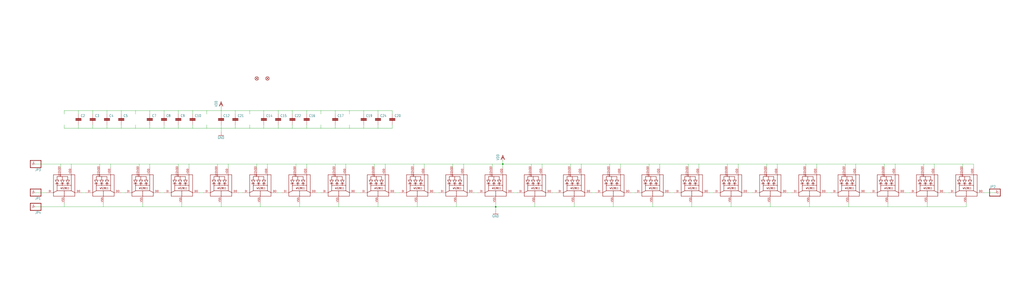
<source format=kicad_sch>
(kicad_sch (version 20231120) (generator "eeschema") (generator_version "8.0")
  (paper "User" 729.386 210.007)
  (lib_symbols
    (symbol "Adafruit NeoPixel Ring 24-eagle-import:C-EUC0603"
      (property "Reference" "C" (at 1.524 0.381 0))
      (symbol "C-EUC0603_1_0"
        (rectangle (start -2.032 -2.032) (end 2.032 -1.524) (fill (type outline)))
        (rectangle (start -2.032 -1.016) (end 2.032 -0.508) (fill (type outline)))
        (polyline (pts (xy 0 -2.54) (xy 0 -2.032)) (stroke (width 0.1524)))
        (polyline (pts (xy 0 0) (xy 0 -0.508)) (stroke (width 0.1524)))
        (pin passive line (at 0 2.54 270) (length 2.54) (name "1") (number "1"))
        (pin passive line (at 0 -5.08 90) (length 2.54) (name "2") (number "2"))
      )
    )
    (symbol "Adafruit NeoPixel Ring 24-eagle-import:FIDUCIAL{dblquote}{dblquote}"
      (symbol "FIDUCIAL{dblquote}{dblquote}_1_0"
        (polyline (pts (xy -0.762 0.762) (xy 0.762 -0.762)) (stroke (width 0.254)))
        (polyline (pts (xy 0.762 0.762) (xy -0.762 -0.762)) (stroke (width 0.254)))
        (circle (center 0 0) (radius 1.27) (stroke (width 0.254)))
      )
    )
    (symbol "Adafruit NeoPixel Ring 24-eagle-import:GND" (power)
      (symbol "GND_1_0"
        (polyline (pts (xy -1.905 0) (xy 1.905 0)) (stroke (width 0.254)))
        (pin power_in line (at 0 2.54 270) (length 2.54) (name "GND") (number "1"))
      )
    )
    (symbol "Adafruit NeoPixel Ring 24-eagle-import:PINHD-1X1CB"
      (property "Reference" "JP" (at -6.35 3.175 0))
      (symbol "PINHD-1X1CB_1_0"
        (polyline (pts (xy -6.35 -2.54) (xy 1.27 -2.54)) (stroke (width 0.4064)))
        (polyline (pts (xy -6.35 2.54) (xy -6.35 -2.54)) (stroke (width 0.4064)))
        (polyline (pts (xy 1.27 -2.54) (xy 1.27 2.54)) (stroke (width 0.4064)))
        (polyline (pts (xy 1.27 2.54) (xy -6.35 2.54)) (stroke (width 0.4064)))
        (pin passive inverted (at -2.54 0 0) (length 2.54) (name "1") (number "1"))
      )
    )
    (symbol "Adafruit NeoPixel Ring 24-eagle-import:VDD" (power)
      (symbol "VDD_1_0"
        (polyline (pts (xy 0 0) (xy -1.27 -1.905)) (stroke (width 0.254)))
        (polyline (pts (xy 0 1.27) (xy -1.27 -1.905)) (stroke (width 0.254)))
        (polyline (pts (xy 1.27 -1.905) (xy 0 0)) (stroke (width 0.254)))
        (polyline (pts (xy 1.27 -1.905) (xy 0 1.27)) (stroke (width 0.254)))
        (pin power_in line (at 0 -2.54 90) (length 2.54) (name "VDD") (number "1"))
      )
    )
    (symbol "Adafruit NeoPixel Ring 24-eagle-import:WS28115050"
      (symbol "WS28115050_1_0"
        (polyline (pts (xy -7.62 -5.08) (xy 0 -5.08)) (stroke (width 0.254)))
        (polyline (pts (xy -7.62 -2.54) (xy -7.62 -5.08)) (stroke (width 0.254)))
        (polyline (pts (xy -7.62 10.16) (xy -7.62 -2.54)) (stroke (width 0.254)))
        (polyline (pts (xy -6.35 3.81) (xy -5.08 3.81)) (stroke (width 0.254)))
        (polyline (pts (xy -6.35 6.35) (xy -5.08 6.35)) (stroke (width 0.254)))
        (polyline (pts (xy -5.08 -1.27) (xy -7.62 -2.54)) (stroke (width 0.254)))
        (polyline (pts (xy -5.08 -1.27) (xy 0 -1.27)) (stroke (width 0.254)))
        (polyline (pts (xy -5.08 2.54) (xy -5.08 -1.27)) (stroke (width 0.254)))
        (polyline (pts (xy -5.08 3.81) (xy -6.35 6.35)) (stroke (width 0.254)))
        (polyline (pts (xy -5.08 3.81) (xy -5.08 2.54)) (stroke (width 0.254)))
        (polyline (pts (xy -5.08 3.81) (xy -3.81 6.35)) (stroke (width 0.254)))
        (polyline (pts (xy -5.08 6.35) (xy -3.81 6.35)) (stroke (width 0.254)))
        (polyline (pts (xy -5.08 8.89) (xy -5.08 6.35)) (stroke (width 0.254)))
        (polyline (pts (xy -3.81 3.81) (xy -5.08 3.81)) (stroke (width 0.254)))
        (polyline (pts (xy -2.54 3.81) (xy -1.27 3.81)) (stroke (width 0.254)))
        (polyline (pts (xy -2.54 6.35) (xy 0 6.35)) (stroke (width 0.254)))
        (polyline (pts (xy -2.54 8.89) (xy -5.08 8.89)) (stroke (width 0.254)))
        (polyline (pts (xy -2.54 10.16) (xy -7.62 10.16)) (stroke (width 0.254)))
        (polyline (pts (xy -2.54 10.16) (xy -2.54 8.89)) (stroke (width 0.254)))
        (polyline (pts (xy -1.27 2.54) (xy -5.08 2.54)) (stroke (width 0.254)))
        (polyline (pts (xy -1.27 3.81) (xy -2.54 6.35)) (stroke (width 0.254)))
        (polyline (pts (xy -1.27 3.81) (xy -1.27 2.54)) (stroke (width 0.254)))
        (polyline (pts (xy -1.27 3.81) (xy 0 3.81)) (stroke (width 0.254)))
        (polyline (pts (xy -1.27 6.35) (xy -1.27 8.89)) (stroke (width 0.254)))
        (polyline (pts (xy -1.27 8.89) (xy -2.54 8.89)) (stroke (width 0.254)))
        (polyline (pts (xy 0 -5.08) (xy 7.62 -5.08)) (stroke (width 0.254)))
        (polyline (pts (xy 0 -1.27) (xy 0 -5.08)) (stroke (width 0.254)))
        (polyline (pts (xy 0 -1.27) (xy 5.08 -1.27)) (stroke (width 0.254)))
        (polyline (pts (xy 0 6.35) (xy -1.27 3.81)) (stroke (width 0.254)))
        (polyline (pts (xy 1.27 6.35) (xy 2.54 3.81)) (stroke (width 0.254)))
        (polyline (pts (xy 1.27 6.35) (xy 2.54 6.35)) (stroke (width 0.254)))
        (polyline (pts (xy 2.54 2.54) (xy -1.27 2.54)) (stroke (width 0.254)))
        (polyline (pts (xy 2.54 3.81) (xy 1.27 3.81)) (stroke (width 0.254)))
        (polyline (pts (xy 2.54 3.81) (xy 2.54 2.54)) (stroke (width 0.254)))
        (polyline (pts (xy 2.54 3.81) (xy 3.81 3.81)) (stroke (width 0.254)))
        (polyline (pts (xy 2.54 3.81) (xy 3.81 6.35)) (stroke (width 0.254)))
        (polyline (pts (xy 2.54 6.35) (xy 2.54 8.89)) (stroke (width 0.254)))
        (polyline (pts (xy 2.54 8.89) (xy -1.27 8.89)) (stroke (width 0.254)))
        (polyline (pts (xy 3.81 6.35) (xy 2.54 6.35)) (stroke (width 0.254)))
        (polyline (pts (xy 5.08 -1.27) (xy 5.08 2.54)) (stroke (width 0.254)))
        (polyline (pts (xy 5.08 -1.27) (xy 7.62 -2.54)) (stroke (width 0.254)))
        (polyline (pts (xy 5.08 2.54) (xy 2.54 2.54)) (stroke (width 0.254)))
        (polyline (pts (xy 5.08 10.16) (xy -2.54 10.16)) (stroke (width 0.254)))
        (polyline (pts (xy 5.08 10.16) (xy 5.08 2.54)) (stroke (width 0.254)))
        (polyline (pts (xy 7.62 -5.08) (xy 7.62 -2.54)) (stroke (width 0.254)))
        (polyline (pts (xy 7.62 -2.54) (xy 7.62 10.16)) (stroke (width 0.254)))
        (polyline (pts (xy 7.62 10.16) (xy 5.08 10.16)) (stroke (width 0.254)))
        (text "WS2811" (at 3.81 1.27 0) (effects (font (size 1.27 1.0795)) (justify right top)))
        (pin input line (at -12.7 -2.54 0) (length 5.08) (name "DI") (number "DI"))
        (pin output line (at 12.7 -2.54 180) (length 5.08) (name "DO") (number "DO"))
        (pin power_in line (at -2.54 15.24 270) (length 5.08) (name "LEDVDD") (number "LEDVDD"))
        (pin power_in line (at 5.08 15.24 270) (length 5.08) (name "VDD") (number "VDD"))
        (pin power_in line (at 0 -10.16 90) (length 5.08) (name "GND") (number "VSS"))
      )
    )
  )
  (junction (at 353.06 147.32))
  (junction (at 358.14 116.84))
  (wire (pts (xy 480.06 137.16) (xy 477.52 137.16)) (stroke (width 0.1524)))
  (wire (pts (xy 414.02 119.38) (xy 414.02 116.84)) (stroke (width 0.1524)))
  (wire (pts (xy 241.3 147.32) (xy 241.3 144.78)) (stroke (width 0.1524)))
  (wire (pts (xy 106.68 88.9) (xy 106.68 91.44)) (stroke (width 0.1524)))
  (wire (pts (xy 259.08 91.44) (xy 248.92 91.44)) (stroke (width 0.1524)))
  (wire (pts (xy 55.88 91.44) (xy 55.88 88.9)) (stroke (width 0.1524)))
  (wire (pts (xy 632.46 147.32) (xy 660.4 147.32)) (stroke (width 0.1524)))
  (wire (pts (xy 254 137.16) (xy 256.54 137.16)) (stroke (width 0.1524)))
  (wire (pts (xy 101.6 147.32) (xy 73.66 147.32)) (stroke (width 0.1524)))
  (wire (pts (xy 73.66 147.32) (xy 73.66 144.78)) (stroke (width 0.1524)))
  (wire (pts (xy 269.24 147.32) (xy 269.24 144.78)) (stroke (width 0.1524)))
  (wire (pts (xy 546.1 116.84) (xy 553.72 116.84)) (stroke (width 0.1524)))
  (wire (pts (xy 228.6 91.44) (xy 218.44 91.44)) (stroke (width 0.1524)))
  (wire (pts (xy 43.18 116.84) (xy 43.18 119.38)) (stroke (width 0.1524)))
  (wire (pts (xy 266.7 116.84) (xy 246.38 116.84)) (stroke (width 0.1524)))
  (wire (pts (xy 116.84 91.44) (xy 106.68 91.44)) (stroke (width 0.1524)))
  (wire (pts (xy 358.14 119.38) (xy 358.14 116.84)) (stroke (width 0.1524)))
  (wire (pts (xy 167.64 88.9) (xy 167.64 91.44)) (stroke (width 0.1524)))
  (wire (pts (xy 462.28 119.38) (xy 462.28 116.84)) (stroke (width 0.1524)))
  (wire (pts (xy 492.76 144.78) (xy 492.76 147.32)) (stroke (width 0.1524)))
  (wire (pts (xy 116.84 81.28) (xy 116.84 78.74)) (stroke (width 0.1524)))
  (wire (pts (xy 187.96 88.9) (xy 187.96 91.44)) (stroke (width 0.1524)))
  (wire (pts (xy 657.86 119.38) (xy 657.86 116.84)) (stroke (width 0.1524)))
  (wire (pts (xy 637.54 119.38) (xy 637.54 116.84)) (stroke (width 0.1524)))
  (wire (pts (xy 157.48 78.74) (xy 147.32 78.74)) (stroke (width 0.1524)))
  (wire (pts (xy 441.96 116.84) (xy 462.28 116.84)) (stroke (width 0.1524)))
  (wire (pts (xy 269.24 88.9) (xy 269.24 91.44)) (stroke (width 0.1524)))
  (wire (pts (xy 688.34 147.32) (xy 688.34 144.78)) (stroke (width 0.1524)))
  (wire (pts (xy 657.86 116.84) (xy 665.48 116.84)) (stroke (width 0.1524)))
  (wire (pts (xy 281.94 137.16) (xy 284.48 137.16)) (stroke (width 0.1524)))
  (wire (pts (xy 127 91.44) (xy 116.84 91.44)) (stroke (width 0.1524)))
  (wire (pts (xy 665.48 119.38) (xy 665.48 116.84)) (stroke (width 0.1524)))
  (wire (pts (xy 246.38 119.38) (xy 246.38 116.84)) (stroke (width 0.1524)))
  (wire (pts (xy 157.48 147.32) (xy 157.48 144.78)) (stroke (width 0.1524)))
  (wire (pts (xy 238.76 91.44) (xy 228.6 91.44)) (stroke (width 0.1524)))
  (wire (pts (xy 497.84 119.38) (xy 497.84 116.84)) (stroke (width 0.1524)))
  (wire (pts (xy 106.68 81.28) (xy 106.68 78.74)) (stroke (width 0.1524)))
  (wire (pts (xy 353.06 147.32) (xy 381 147.32)) (stroke (width 0.1524)))
  (wire (pts (xy 218.44 81.28) (xy 218.44 78.74)) (stroke (width 0.1524)))
  (wire (pts (xy 99.06 116.84) (xy 78.74 116.84)) (stroke (width 0.1524)))
  (wire (pts (xy 353.06 147.32) (xy 353.06 149.86)) (stroke (width 0.1524)))
  (wire (pts (xy 248.92 78.74) (xy 259.08 78.74)) (stroke (width 0.1524)))
  (wire (pts (xy 660.4 147.32) (xy 688.34 147.32)) (stroke (width 0.1524)))
  (wire (pts (xy 127 81.28) (xy 127 78.74)) (stroke (width 0.1524)))
  (wire (pts (xy 45.72 81.28) (xy 45.72 78.74)) (stroke (width 0.1524)))
  (wire (pts (xy 274.32 119.38) (xy 274.32 116.84)) (stroke (width 0.1524)))
  (wire (pts (xy 396.24 137.16) (xy 393.7 137.16)) (stroke (width 0.1524)))
  (wire (pts (xy 581.66 119.38) (xy 581.66 116.84)) (stroke (width 0.1524)))
  (wire (pts (xy 632.46 144.78) (xy 632.46 147.32)) (stroke (width 0.1524)))
  (wire (pts (xy 701.04 137.16) (xy 708.66 137.16)) (stroke (width 0.1524)))
  (wire (pts (xy 665.48 116.84) (xy 685.8 116.84)) (stroke (width 0.1524)))
  (wire (pts (xy 86.36 91.44) (xy 76.2 91.44)) (stroke (width 0.1524)))
  (wire (pts (xy 492.76 147.32) (xy 520.7 147.32)) (stroke (width 0.1524)))
  (wire (pts (xy 137.16 78.74) (xy 127 78.74)) (stroke (width 0.1524)))
  (wire (pts (xy 50.8 119.38) (xy 50.8 116.84)) (stroke (width 0.1524)))
  (wire (pts (xy 190.5 119.38) (xy 190.5 116.84)) (stroke (width 0.1524)))
  (wire (pts (xy 66.04 78.74) (xy 55.88 78.74)) (stroke (width 0.1524)))
  (wire (pts (xy 297.18 147.32) (xy 269.24 147.32)) (stroke (width 0.1524)))
  (wire (pts (xy 200.66 137.16) (xy 198.12 137.16)) (stroke (width 0.1524)))
  (wire (pts (xy 137.16 91.44) (xy 137.16 88.9)) (stroke (width 0.1524)))
  (wire (pts (xy 576.58 144.78) (xy 576.58 147.32)) (stroke (width 0.1524)))
  (wire (pts (xy 553.72 119.38) (xy 553.72 116.84)) (stroke (width 0.1524)))
  (wire (pts (xy 424.18 137.16) (xy 421.64 137.16)) (stroke (width 0.1524)))
  (wire (pts (xy 208.28 78.74) (xy 218.44 78.74)) (stroke (width 0.1524)))
  (wire (pts (xy 106.68 119.38) (xy 106.68 116.84)) (stroke (width 0.1524)))
  (wire (pts (xy 408.94 144.78) (xy 408.94 147.32)) (stroke (width 0.1524)))
  (wire (pts (xy 106.68 78.74) (xy 96.52 78.74)) (stroke (width 0.1524)))
  (wire (pts (xy 386.08 119.38) (xy 386.08 116.84)) (stroke (width 0.1524)))
  (wire (pts (xy 259.08 81.28) (xy 259.08 78.74)) (stroke (width 0.1524)))
  (wire (pts (xy 218.44 78.74) (xy 228.6 78.74)) (stroke (width 0.1524)))
  (wire (pts (xy 241.3 147.32) (xy 213.36 147.32)) (stroke (width 0.1524)))
  (wire (pts (xy 337.82 137.16) (xy 340.36 137.16)) (stroke (width 0.1524)))
  (wire (pts (xy 127 116.84) (xy 106.68 116.84)) (stroke (width 0.1524)))
  (wire (pts (xy 129.54 147.32) (xy 129.54 144.78)) (stroke (width 0.1524)))
  (wire (pts (xy 248.92 88.9) (xy 248.92 91.44)) (stroke (width 0.1524)))
  (wire (pts (xy 134.62 116.84) (xy 127 116.84)) (stroke (width 0.1524)))
  (wire (pts (xy 238.76 81.28) (xy 238.76 78.74)) (stroke (width 0.1524)))
  (wire (pts (xy 157.48 91.44) (xy 147.32 91.44)) (stroke (width 0.1524)))
  (wire (pts (xy 144.78 137.16) (xy 142.24 137.16)) (stroke (width 0.1524)))
  (wire (pts (xy 198.12 88.9) (xy 198.12 91.44)) (stroke (width 0.1524)))
  (wire (pts (xy 96.52 78.74) (xy 86.36 78.74)) (stroke (width 0.1524)))
  (wire (pts (xy 574.04 116.84) (xy 581.66 116.84)) (stroke (width 0.1524)))
  (wire (pts (xy 147.32 81.28) (xy 147.32 78.74)) (stroke (width 0.1524)))
  (wire (pts (xy 525.78 116.84) (xy 546.1 116.84)) (stroke (width 0.1524)))
  (wire (pts (xy 76.2 81.28) (xy 76.2 78.74)) (stroke (width 0.1524)))
  (wire (pts (xy 137.16 81.28) (xy 137.16 78.74)) (stroke (width 0.1524)))
  (wire (pts (xy 322.58 116.84) (xy 302.26 116.84)) (stroke (width 0.1524)))
  (wire (pts (xy 187.96 81.28) (xy 187.96 78.74)) (stroke (width 0.1524)))
  (wire (pts (xy 358.14 116.84) (xy 378.46 116.84)) (stroke (width 0.1524)))
  (wire (pts (xy 381 144.78) (xy 381 147.32)) (stroke (width 0.1524)))
  (wire (pts (xy 116.84 137.16) (xy 114.3 137.16)) (stroke (width 0.1524)))
  (wire (pts (xy 269.24 81.28) (xy 269.24 78.74)) (stroke (width 0.1524)))
  (wire (pts (xy 185.42 147.32) (xy 185.42 144.78)) (stroke (width 0.1524)))
  (wire (pts (xy 436.88 144.78) (xy 436.88 147.32)) (stroke (width 0.1524)))
  (wire (pts (xy 469.9 116.84) (xy 490.22 116.84)) (stroke (width 0.1524)))
  (wire (pts (xy 147.32 78.74) (xy 137.16 78.74)) (stroke (width 0.1524)))
  (wire (pts (xy 302.26 119.38) (xy 302.26 116.84)) (stroke (width 0.1524)))
  (wire (pts (xy 228.6 81.28) (xy 228.6 78.74)) (stroke (width 0.1524)))
  (wire (pts (xy 325.12 147.32) (xy 325.12 144.78)) (stroke (width 0.1524)))
  (wire (pts (xy 525.78 119.38) (xy 525.78 116.84)) (stroke (width 0.1524)))
  (wire (pts (xy 673.1 137.16) (xy 675.64 137.16)) (stroke (width 0.1524)))
  (wire (pts (xy 167.64 81.28) (xy 167.64 78.74)) (stroke (width 0.1524)))
  (wire (pts (xy 177.8 91.44) (xy 167.64 91.44)) (stroke (width 0.1524)))
  (wire (pts (xy 353.06 144.78) (xy 353.06 147.32)) (stroke (width 0.1524)))
  (wire (pts (xy 490.22 116.84) (xy 497.84 116.84)) (stroke (width 0.1524)))
  (wire (pts (xy 629.92 116.84) (xy 637.54 116.84)) (stroke (width 0.1524)))
  (wire (pts (xy 157.48 88.9) (xy 157.48 91.44)) (stroke (width 0.1524)))
  (wire (pts (xy 157.48 147.32) (xy 129.54 147.32)) (stroke (width 0.1524)))
  (wire (pts (xy 127 91.44) (xy 127 88.9)) (stroke (width 0.1524)))
  (wire (pts (xy 218.44 91.44) (xy 208.28 91.44)) (stroke (width 0.1524)))
  (wire (pts (xy 45.72 88.9) (xy 45.72 91.44)) (stroke (width 0.1524)))
  (wire (pts (xy 134.62 119.38) (xy 134.62 116.84)) (stroke (width 0.1524)))
  (wire (pts (xy 76.2 91.44) (xy 66.04 91.44)) (stroke (width 0.1524)))
  (wire (pts (xy 25.4 137.16) (xy 33.02 137.16)) (stroke (width 0.1524)))
  (wire (pts (xy 238.76 88.9) (xy 238.76 91.44)) (stroke (width 0.1524)))
  (wire (pts (xy 45.72 147.32) (xy 45.72 144.78)) (stroke (width 0.1524)))
  (wire (pts (xy 660.4 144.78) (xy 660.4 147.32)) (stroke (width 0.1524)))
  (wire (pts (xy 66.04 91.44) (xy 55.88 91.44)) (stroke (width 0.1524)))
  (wire (pts (xy 86.36 81.28) (xy 86.36 78.74)) (stroke (width 0.1524)))
  (wire (pts (xy 518.16 119.38) (xy 518.16 116.84)) (stroke (width 0.1524)))
  (wire (pts (xy 520.7 144.78) (xy 520.7 147.32)) (stroke (width 0.1524)))
  (wire (pts (xy 101.6 147.32) (xy 101.6 144.78)) (stroke (width 0.1524)))
  (wire (pts (xy 685.8 116.84) (xy 693.42 116.84)) (stroke (width 0.1524)))
  (wire (pts (xy 167.64 78.74) (xy 177.8 78.74)) (stroke (width 0.1524)))
  (wire (pts (xy 645.16 137.16) (xy 647.7 137.16)) (stroke (width 0.1524)))
  (wire (pts (xy 185.42 147.32) (xy 157.48 147.32)) (stroke (width 0.1524)))
  (wire (pts (xy 210.82 116.84) (xy 190.5 116.84)) (stroke (width 0.1524)))
  (wire (pts (xy 76.2 91.44) (xy 76.2 88.9)) (stroke (width 0.1524)))
  (wire (pts (xy 497.84 116.84) (xy 518.16 116.84)) (stroke (width 0.1524)))
  (wire (pts (xy 106.68 91.44) (xy 96.52 91.44)) (stroke (width 0.1524)))
  (wire (pts (xy 99.06 119.38) (xy 99.06 116.84)) (stroke (width 0.1524)))
  (wire (pts (xy 66.04 91.44) (xy 66.04 88.9)) (stroke (width 0.1524)))
  (wire (pts (xy 213.36 147.32) (xy 213.36 144.78)) (stroke (width 0.1524)))
  (wire (pts (xy 350.52 119.38) (xy 350.52 116.84)) (stroke (width 0.1524)))
  (wire (pts (xy 365.76 137.16) (xy 368.3 137.16)) (stroke (width 0.1524)))
  (wire (pts (xy 177.8 81.28) (xy 177.8 78.74)) (stroke (width 0.1524)))
  (wire (pts (xy 162.56 116.84) (xy 154.94 116.84)) (stroke (width 0.1524)))
  (wire (pts (xy 187.96 78.74) (xy 198.12 78.74)) (stroke (width 0.1524)))
  (wire (pts (xy 358.14 116.84) (xy 358.14 114.3)) (stroke (width 0.1524)))
  (wire (pts (xy 182.88 116.84) (xy 162.56 116.84)) (stroke (width 0.1524)))
  (wire (pts (xy 129.54 147.32) (xy 101.6 147.32)) (stroke (width 0.1524)))
  (wire (pts (xy 228.6 88.9) (xy 228.6 91.44)) (stroke (width 0.1524)))
  (wire (pts (xy 604.52 144.78) (xy 604.52 147.32)) (stroke (width 0.1524)))
  (wire (pts (xy 116.84 78.74) (xy 106.68 78.74)) (stroke (width 0.1524)))
  (wire (pts (xy 177.8 88.9) (xy 177.8 91.44)) (stroke (width 0.1524)))
  (wire (pts (xy 581.66 116.84) (xy 601.98 116.84)) (stroke (width 0.1524)))
  (wire (pts (xy 218.44 119.38) (xy 218.44 116.84)) (stroke (width 0.1524)))
  (wire (pts (xy 78.74 119.38) (xy 78.74 116.84)) (stroke (width 0.1524)))
  (wire (pts (xy 330.2 119.38) (xy 330.2 116.84)) (stroke (width 0.1524)))
  (wire (pts (xy 66.04 81.28) (xy 66.04 78.74)) (stroke (width 0.1524)))
  (wire (pts (xy 508 137.16) (xy 505.46 137.16)) (stroke (width 0.1524)))
  (wire (pts (xy 127 119.38) (xy 127 116.84)) (stroke (width 0.1524)))
  (wire (pts (xy 434.34 116.84) (xy 441.96 116.84)) (stroke (width 0.1524)))
  (wire (pts (xy 96.52 81.28) (xy 96.52 78.74)) (stroke (width 0.1524)))
  (wire (pts (xy 167.64 91.44) (xy 157.48 91.44)) (stroke (width 0.1524)))
  (wire (pts (xy 294.64 116.84) (xy 274.32 116.84)) (stroke (width 0.1524)))
  (wire (pts (xy 228.6 78.74) (xy 238.76 78.74)) (stroke (width 0.1524)))
  (wire (pts (xy 269.24 91.44) (xy 259.08 91.44)) (stroke (width 0.1524)))
  (wire (pts (xy 469.9 119.38) (xy 469.9 116.84)) (stroke (width 0.1524)))
  (wire (pts (xy 279.4 78.74) (xy 279.4 81.28)) (stroke (width 0.1524)))
  (wire (pts (xy 218.44 88.9) (xy 218.44 91.44)) (stroke (width 0.1524)))
  (wire (pts (xy 325.12 147.32) (xy 297.18 147.32)) (stroke (width 0.1524)))
  (wire (pts (xy 266.7 119.38) (xy 266.7 116.84)) (stroke (width 0.1524)))
  (wire (pts (xy 297.18 147.32) (xy 297.18 144.78)) (stroke (width 0.1524)))
  (wire (pts (xy 381 147.32) (xy 408.94 147.32)) (stroke (width 0.1524)))
  (wire (pts (xy 414.02 116.84) (xy 434.34 116.84)) (stroke (width 0.1524)))
  (wire (pts (xy 187.96 91.44) (xy 177.8 91.44)) (stroke (width 0.1524)))
  (wire (pts (xy 248.92 91.44) (xy 238.76 91.44)) (stroke (width 0.1524)))
  (wire (pts (xy 378.46 116.84) (xy 386.08 116.84)) (stroke (width 0.1524)))
  (wire (pts (xy 353.06 147.32) (xy 325.12 147.32)) (stroke (width 0.1524)))
  (wire (pts (xy 182.88 119.38) (xy 182.88 116.84)) (stroke (width 0.1524)))
  (wire (pts (xy 609.6 119.38) (xy 609.6 116.84)) (stroke (width 0.1524)))
  (wire (pts (xy 208.28 91.44) (xy 198.12 91.44)) (stroke (width 0.1524)))
  (wire (pts (xy 86.36 78.74) (xy 76.2 78.74)) (stroke (width 0.1524)))
  (wire (pts (xy 601.98 116.84) (xy 609.6 116.84)) (stroke (width 0.1524)))
  (wire (pts (xy 259.08 88.9) (xy 259.08 91.44)) (stroke (width 0.1524)))
  (wire (pts (xy 408.94 147.32) (xy 436.88 147.32)) (stroke (width 0.1524)))
  (wire (pts (xy 25.4 147.32) (xy 45.72 147.32)) (stroke (width 0.1524)))
  (wire (pts (xy 259.08 78.74) (xy 269.24 78.74)) (stroke (width 0.1524)))
  (wire (pts (xy 218.44 116.84) (xy 210.82 116.84)) (stroke (width 0.1524)))
  (wire (pts (xy 546.1 119.38) (xy 546.1 116.84)) (stroke (width 0.1524)))
  (wire (pts (xy 157.48 78.74) (xy 167.64 78.74)) (stroke (width 0.1524)))
  (wire (pts (xy 172.72 137.16) (xy 170.18 137.16)) (stroke (width 0.1524)))
  (wire (pts (xy 60.96 137.16) (xy 58.42 137.16)) (stroke (width 0.1524)))
  (wire (pts (xy 71.12 116.84) (xy 50.8 116.84)) (stroke (width 0.1524)))
  (wire (pts (xy 137.16 91.44) (xy 127 91.44)) (stroke (width 0.1524)))
  (wire (pts (xy 464.82 144.78) (xy 464.82 147.32)) (stroke (width 0.1524)))
  (wire (pts (xy 238.76 119.38) (xy 238.76 116.84)) (stroke (width 0.1524)))
  (wire (pts (xy 520.7 147.32) (xy 548.64 147.32)) (stroke (width 0.1524)))
  (wire (pts (xy 213.36 147.32) (xy 185.42 147.32)) (stroke (width 0.1524)))
  (wire (pts (xy 406.4 116.84) (xy 414.02 116.84)) (stroke (width 0.1524)))
  (wire (pts (xy 330.2 116.84) (xy 322.58 116.84)) (stroke (width 0.1524)))
  (wire (pts (xy 609.6 116.84) (xy 629.92 116.84)) (stroke (width 0.1524)))
  (wire (pts (xy 50.8 116.84) (xy 43.18 116.84)) (stroke (width 0.1524)))
  (wire (pts (xy 637.54 116.84) (xy 657.86 116.84)) (stroke (width 0.1524)))
  (wire (pts (xy 147.32 88.9) (xy 147.32 91.44)) (stroke (width 0.1524)))
  (wire (pts (xy 490.22 119.38) (xy 490.22 116.84)) (stroke (width 0.1524)))
  (wire (pts (xy 629.92 119.38) (xy 629.92 116.84)) (stroke (width 0.1524)))
  (wire (pts (xy 462.28 116.84) (xy 469.9 116.84)) (stroke (width 0.1524)))
  (wire (pts (xy 116.84 91.44) (xy 116.84 88.9)) (stroke (width 0.1524)))
  (wire (pts (xy 162.56 119.38) (xy 162.56 116.84)) (stroke (width 0.1524)))
  (wire (pts (xy 617.22 137.16) (xy 619.76 137.16)) (stroke (width 0.1524)))
  (wire (pts (xy 406.4 119.38) (xy 406.4 116.84)) (stroke (width 0.1524)))
  (wire (pts (xy 294.64 119.38) (xy 294.64 116.84)) (stroke (width 0.1524)))
  (wire (pts (xy 198.12 78.74) (xy 208.28 78.74)) (stroke (width 0.1524)))
  (wire (pts (xy 302.26 116.84) (xy 294.64 116.84)) (stroke (width 0.1524)))
  (wire (pts (xy 198.12 91.44) (xy 187.96 91.44)) (stroke (width 0.1524)))
  (wire (pts (xy 576.58 147.32) (xy 604.52 147.32)) (stroke (width 0.1524)))
  (wire (pts (xy 157.48 78.74) (xy 157.48 76.2)) (stroke (width 0.1524)))
  (wire (pts (xy 154.94 116.84) (xy 134.62 116.84)) (stroke (width 0.1524)))
  (wire (pts (xy 378.46 119.38) (xy 378.46 116.84)) (stroke (width 0.1524)))
  (wire (pts (xy 208.28 81.28) (xy 208.28 78.74)) (stroke (width 0.1524)))
  (wire (pts (xy 157.48 81.28) (xy 157.48 78.74)) (stroke (width 0.1524)))
  (wire (pts (xy 96.52 91.44) (xy 96.52 88.9)) (stroke (width 0.1524)))
  (wire (pts (xy 604.52 147.32) (xy 632.46 147.32)) (stroke (width 0.1524)))
  (wire (pts (xy 561.34 137.16) (xy 563.88 137.16)) (stroke (width 0.1524)))
  (wire (pts (xy 73.66 147.32) (xy 45.72 147.32)) (stroke (width 0.1524)))
  (wire (pts (xy 25.4 116.84) (xy 43.18 116.84)) (stroke (width 0.1524)))
  (wire (pts (xy 246.38 116.84) (xy 238.76 116.84)) (stroke (width 0.1524)))
  (wire (pts (xy 601.98 119.38) (xy 601.98 116.84)) (stroke (width 0.1524)))
  (wire (pts (xy 210.82 119.38) (xy 210.82 116.84)) (stroke (width 0.1524)))
  (wire (pts (xy 190.5 116.84) (xy 182.88 116.84)) (stroke (width 0.1524)))
  (wire (pts (xy 45.72 78.74) (xy 55.88 78.74)) (stroke (width 0.1524)))
  (wire (pts (xy 45.72 91.44) (xy 55.88 91.44)) (stroke (width 0.1524)))
  (wire (pts (xy 86.36 88.9) (xy 86.36 91.44)) (stroke (width 0.1524)))
  (wire (pts (xy 226.06 137.16) (xy 228.6 137.16)) (stroke (width 0.1524)))
  (wire (pts (xy 106.68 116.84) (xy 99.06 116.84)) (stroke (width 0.1524)))
  (wire (pts (xy 548.64 144.78) (xy 548.64 147.32)) (stroke (width 0.1524)))
  (wire (pts (xy 248.92 81.28) (xy 248.92 78.74)) (stroke (width 0.1524)))
  (wire (pts (xy 208.28 88.9) (xy 208.28 91.44)) (stroke (width 0.1524)))
  (wire (pts (xy 198.12 81.28) (xy 198.12 78.74)) (stroke (width 0.1524)))
  (wire (pts (xy 127 78.74) (xy 116.84 78.74)) (stroke (width 0.1524)))
  (wire (pts (xy 452.12 137.16) (xy 449.58 137.16)) (stroke (width 0.1524)))
  (wire (pts (xy 518.16 116.84) (xy 525.78 116.84)) (stroke (width 0.1524)))
  (wire (pts (xy 88.9 137.16) (xy 86.36 137.16)) (stroke (width 0.1524)))
  (wire (pts (xy 434.34 119.38) (xy 434.34 116.84)) (stroke (width 0.1524)))
  (wire (pts (xy 55.88 81.28) (xy 55.88 78.74)) (stroke (width 0.1524)))
  (wire (pts (xy 309.88 137.16) (xy 312.42 137.16)) (stroke (width 0.1524)))
  (wire (pts (xy 350.52 116.84) (xy 330.2 116.84)) (stroke (width 0.1524)))
  (wire (pts (xy 464.82 147.32) (xy 492.76 147.32)) (stroke (width 0.1524)))
  (wire (pts (xy 535.94 137.16) (xy 533.4 137.16)) (stroke (width 0.1524)))
  (wire (pts (xy 154.94 119.38) (xy 154.94 116.84)) (stroke (width 0.1524)))
  (wire (pts (xy 386.08 116.84) (xy 406.4 116.84)) (stroke (width 0.1524)))
  (wire (pts (xy 436.88 147.32) (xy 464.82 147.32)) (stroke (width 0.1524)))
  (wire (pts (xy 589.28 137.16) (xy 591.82 137.16)) (stroke (width 0.1524)))
  (wire (pts (xy 441.96 119.38) (xy 441.96 116.84)) (stroke (width 0.1524)))
  (wire (pts (xy 269.24 78.74) (xy 279.4 78.74)) (stroke (width 0.1524)))
  (wire (pts (xy 177.8 78.74) (xy 187.96 78.74)) (stroke (width 0.1524)))
  (wire (pts (xy 693.42 116.84) (xy 693.42 119.38)) (stroke (width 0.1524)))
  (wire (pts (xy 685.8 119.38) (xy 685.8 116.84)) (stroke (width 0.1524)))
  (wire (pts (xy 238.76 78.74) (xy 248.92 78.74)) (stroke (width 0.1524)))
  (wire (pts (xy 358.14 116.84) (xy 350.52 116.84)) (stroke (width 0.1524)))
  (wire (pts (xy 574.04 119.38) (xy 574.04 116.84)) (stroke (width 0.1524)))
  (wire (pts (xy 147.32 91.44) (xy 137.16 91.44)) (stroke (width 0.1524)))
  (wire (pts (xy 322.58 119.38) (xy 322.58 116.84)) (stroke (width 0.1524)))
  (wire (pts (xy 238.76 116.84) (xy 218.44 116.84)) (stroke (width 0.1524)))
  (wire (pts (xy 548.64 147.32) (xy 576.58 147.32)) (stroke (width 0.1524)))
  (wire (pts (xy 157.48 91.44) (xy 157.48 93.98)) (stroke (width 0.1524)))
  (wire (pts (xy 76.2 78.74) (xy 66.04 78.74)) (stroke (width 0.1524)))
  (wire (pts (xy 96.52 91.44) (xy 86.36 91.44)) (stroke (width 0.1524)))
  (wire (pts (xy 71.12 119.38) (xy 71.12 116.84)) (stroke (width 0.1524)))
  (wire (pts (xy 553.72 116.84) (xy 574.04 116.84)) (stroke (width 0.1524)))
  (wire (pts (xy 269.24 147.32) (xy 241.3 147.32)) (stroke (width 0.1524)))
  (wire (pts (xy 78.74 116.84) (xy 71.12 116.84)) (stroke (width 0.1524)))
  (wire (pts (xy 274.32 116.84) (xy 266.7 116.84)) (stroke (width 0.1524)))
  (wire (pts (xy 279.4 88.9) (xy 279.4 91.44)) (stroke (width 0.1524)))
  (wire (pts (xy 279.4 91.44) (xy 269.24 91.44)) (stroke (width 0.1524)))
  (symbol (lib_id "Adafruit NeoPixel Ring 24-eagle-import:PINHD-1X1CB") (at 22.86 116.84 180) (unit 1)
    (property "Reference" "JP3" (at 29.21 120.015 0) (effects (font (size 1.778 1.5113)) (justify left bottom)))
    (property "Value" "PINHD-1X1CB" (effects (hide yes)))
    (property "Footprint" "Adafruit NeoPixel Ring 24:1X01-CLEANBIG" (effects (hide yes)))
  )
  (symbol (lib_id "Adafruit NeoPixel Ring 24-eagle-import:WS28115050") (at 381 134.62 0) (unit 1)
    (property "Reference" "LED13" (effects (hide yes)))
    (property "Value" "WS28115050" (effects (hide yes)))
    (property "Footprint" "Adafruit NeoPixel Ring 24:WS28115050" (effects (hide yes)))
  )
  (symbol (lib_id "Adafruit NeoPixel Ring 24-eagle-import:WS28115050") (at 492.76 134.62 0) (unit 1)
    (property "Reference" "LED17" (effects (hide yes)))
    (property "Value" "WS28115050" (effects (hide yes)))
    (property "Footprint" "Adafruit NeoPixel Ring 24:WS28115050" (effects (hide yes)))
  )
  (symbol (lib_id "Adafruit NeoPixel Ring 24-eagle-import:WS28115050") (at 436.88 134.62 0) (unit 1)
    (property "Reference" "LED15" (effects (hide yes)))
    (property "Value" "WS28115050" (effects (hide yes)))
    (property "Footprint" "Adafruit NeoPixel Ring 24:WS28115050" (effects (hide yes)))
  )
  (symbol (lib_id "Adafruit NeoPixel Ring 24-eagle-import:C-EUC0603") (at 157.48 83.82 0) (unit 1)
    (property "Reference" "C12" (at 159.004 83.439 0) (effects (font (size 1.778 1.5113)) (justify left bottom)))
    (property "Value" "C-EUC0603" (effects (hide yes)))
    (property "Footprint" "Adafruit NeoPixel Ring 24:C0603" (effects (hide yes)))
  )
  (symbol (lib_id "Adafruit NeoPixel Ring 24-eagle-import:C-EUC0603") (at 66.04 83.82 0) (unit 1)
    (property "Reference" "C3" (at 67.564 83.439 0) (effects (font (size 1.778 1.5113)) (justify left bottom)))
    (property "Value" "C-EUC0603" (effects (hide yes)))
    (property "Footprint" "Adafruit NeoPixel Ring 24:C0603" (effects (hide yes)))
  )
  (symbol (lib_id "Adafruit NeoPixel Ring 24-eagle-import:C-EUC0603") (at 208.28 83.82 0) (unit 1)
    (property "Reference" "C22" (at 209.804 83.439 0) (effects (font (size 1.778 1.5113)) (justify left bottom)))
    (property "Value" "C-EUC0603" (effects (hide yes)))
    (property "Footprint" "Adafruit NeoPixel Ring 24:C0603" (effects (hide yes)))
  )
  (symbol (lib_id "Adafruit NeoPixel Ring 24-eagle-import:C-EUC0603") (at 269.24 83.82 0) (unit 1)
    (property "Reference" "C24" (at 270.764 83.439 0) (effects (font (size 1.778 1.5113)) (justify left bottom)))
    (property "Value" "C-EUC0603" (effects (hide yes)))
    (property "Footprint" "Adafruit NeoPixel Ring 24:C0603" (effects (hide yes)))
  )
  (symbol (lib_id "Adafruit NeoPixel Ring 24-eagle-import:WS28115050") (at 269.24 134.62 0) (unit 1)
    (property "Reference" "LED9" (effects (hide yes)))
    (property "Value" "WS28115050" (effects (hide yes)))
    (property "Footprint" "Adafruit NeoPixel Ring 24:WS28115050" (effects (hide yes)))
  )
  (symbol (lib_id "Adafruit NeoPixel Ring 24-eagle-import:WS28115050") (at 101.6 134.62 0) (unit 1)
    (property "Reference" "LED3" (effects (hide yes)))
    (property "Value" "WS28115050" (effects (hide yes)))
    (property "Footprint" "Adafruit NeoPixel Ring 24:WS28115050" (effects (hide yes)))
  )
  (symbol (lib_id "Adafruit NeoPixel Ring 24-eagle-import:WS28115050") (at 157.48 134.62 0) (unit 1)
    (property "Reference" "LED5" (effects (hide yes)))
    (property "Value" "WS28115050" (effects (hide yes)))
    (property "Footprint" "Adafruit NeoPixel Ring 24:WS28115050" (effects (hide yes)))
  )
  (symbol (lib_id "Adafruit NeoPixel Ring 24-eagle-import:WS28115050") (at 548.64 134.62 0) (unit 1)
    (property "Reference" "LED19" (effects (hide yes)))
    (property "Value" "WS28115050" (effects (hide yes)))
    (property "Footprint" "Adafruit NeoPixel Ring 24:WS28115050" (effects (hide yes)))
  )
  (symbol (lib_id "Adafruit NeoPixel Ring 24-eagle-import:C-EUC0603") (at 198.12 83.82 0) (unit 1)
    (property "Reference" "C15" (at 199.644 83.439 0) (effects (font (size 1.778 1.5113)) (justify left bottom)))
    (property "Value" "C-EUC0603" (effects (hide yes)))
    (property "Footprint" "Adafruit NeoPixel Ring 24:C0603" (effects (hide yes)))
  )
  (symbol (lib_id "Adafruit NeoPixel Ring 24-eagle-import:WS28115050") (at 408.94 134.62 0) (unit 1)
    (property "Reference" "LED14" (effects (hide yes)))
    (property "Value" "WS28115050" (effects (hide yes)))
    (property "Footprint" "Adafruit NeoPixel Ring 24:WS28115050" (effects (hide yes)))
  )
  (symbol (lib_id "Adafruit NeoPixel Ring 24-eagle-import:FIDUCIAL{dblquote}{dblquote}") (at 182.88 55.88 0) (unit 1)
    (property "Reference" "FID1" (effects (hide yes)))
    (property "Value" "FIDUCIAL{dblquote}{dblquote}" (effects (hide yes)))
    (property "Footprint" "Adafruit NeoPixel Ring 24:FIDUCIAL_1MM" (effects (hide yes)))
  )
  (symbol (lib_id "Adafruit NeoPixel Ring 24-eagle-import:C-EUC0603") (at 76.2 83.82 0) (unit 1)
    (property "Reference" "C4" (at 77.724 83.439 0) (effects (font (size 1.778 1.5113)) (justify left bottom)))
    (property "Value" "C-EUC0603" (effects (hide yes)))
    (property "Footprint" "Adafruit NeoPixel Ring 24:C0603" (effects (hide yes)))
  )
  (symbol (lib_id "Adafruit NeoPixel Ring 24-eagle-import:VDD") (at 358.14 111.76 0) (unit 1)
    (property "Reference" "#VDD1" (effects (hide yes)))
    (property "Value" "VDD" (at 355.6 114.3 90) (effects (font (size 1.778 1.5113)) (justify left bottom)))
  )
  (symbol (lib_id "Adafruit NeoPixel Ring 24-eagle-import:VDD") (at 157.48 73.66 0) (unit 1)
    (property "Reference" "#VDD2" (effects (hide yes)))
    (property "Value" "VDD" (at 154.94 76.2 90) (effects (font (size 1.778 1.5113)) (justify left bottom)))
  )
  (symbol (lib_id "Adafruit NeoPixel Ring 24-eagle-import:WS28115050") (at 241.3 134.62 0) (unit 1)
    (property "Reference" "LED8" (effects (hide yes)))
    (property "Value" "WS28115050" (effects (hide yes)))
    (property "Footprint" "Adafruit NeoPixel Ring 24:WS28115050" (effects (hide yes)))
  )
  (symbol (lib_id "Adafruit NeoPixel Ring 24-eagle-import:PINHD-1X1CB") (at 22.86 147.32 180) (unit 1)
    (property "Reference" "JP4" (at 29.21 150.495 0) (effects (font (size 1.778 1.5113)) (justify left bottom)))
    (property "Value" "PINHD-1X1CB" (effects (hide yes)))
    (property "Footprint" "Adafruit NeoPixel Ring 24:1X01-CLEANBIG" (effects (hide yes)))
  )
  (symbol (lib_id "Adafruit NeoPixel Ring 24-eagle-import:WS28115050") (at 353.06 134.62 0) (unit 1)
    (property "Reference" "LED12" (effects (hide yes)))
    (property "Value" "WS28115050" (effects (hide yes)))
    (property "Footprint" "Adafruit NeoPixel Ring 24:WS28115050" (effects (hide yes)))
  )
  (symbol (lib_id "Adafruit NeoPixel Ring 24-eagle-import:FIDUCIAL{dblquote}{dblquote}") (at 190.5 55.88 0) (unit 1)
    (property "Reference" "FID2" (effects (hide yes)))
    (property "Value" "FIDUCIAL{dblquote}{dblquote}" (effects (hide yes)))
    (property "Footprint" "Adafruit NeoPixel Ring 24:FIDUCIAL_1MM" (effects (hide yes)))
  )
  (symbol (lib_id "Adafruit NeoPixel Ring 24-eagle-import:WS28115050") (at 185.42 134.62 0) (unit 1)
    (property "Reference" "LED6" (effects (hide yes)))
    (property "Value" "WS28115050" (effects (hide yes)))
    (property "Footprint" "Adafruit NeoPixel Ring 24:WS28115050" (effects (hide yes)))
  )
  (symbol (lib_id "Adafruit NeoPixel Ring 24-eagle-import:WS28115050") (at 73.66 134.62 0) (unit 1)
    (property "Reference" "LED2" (effects (hide yes)))
    (property "Value" "WS28115050" (effects (hide yes)))
    (property "Footprint" "Adafruit NeoPixel Ring 24:WS28115050" (effects (hide yes)))
  )
  (symbol (lib_id "Adafruit NeoPixel Ring 24-eagle-import:WS28115050") (at 520.7 134.62 0) (unit 1)
    (property "Reference" "LED18" (effects (hide yes)))
    (property "Value" "WS28115050" (effects (hide yes)))
    (property "Footprint" "Adafruit NeoPixel Ring 24:WS28115050" (effects (hide yes)))
  )
  (symbol (lib_id "Adafruit NeoPixel Ring 24-eagle-import:WS28115050") (at 297.18 134.62 0) (unit 1)
    (property "Reference" "LED10" (effects (hide yes)))
    (property "Value" "WS28115050" (effects (hide yes)))
    (property "Footprint" "Adafruit NeoPixel Ring 24:WS28115050" (effects (hide yes)))
  )
  (symbol (lib_id "Adafruit NeoPixel Ring 24-eagle-import:C-EUC0603") (at 167.64 83.82 0) (unit 1)
    (property "Reference" "C21" (at 169.164 83.439 0) (effects (font (size 1.778 1.5113)) (justify left bottom)))
    (property "Value" "C-EUC0603" (effects (hide yes)))
    (property "Footprint" "Adafruit NeoPixel Ring 24:C0603" (effects (hide yes)))
  )
  (symbol (lib_id "Adafruit NeoPixel Ring 24-eagle-import:C-EUC0603") (at 218.44 83.82 0) (unit 1)
    (property "Reference" "C16" (at 219.964 83.439 0) (effects (font (size 1.778 1.5113)) (justify left bottom)))
    (property "Value" "C-EUC0603" (effects (hide yes)))
    (property "Footprint" "Adafruit NeoPixel Ring 24:C0603" (effects (hide yes)))
  )
  (symbol (lib_id "Adafruit NeoPixel Ring 24-eagle-import:WS28115050") (at 325.12 134.62 0) (unit 1)
    (property "Reference" "LED11" (effects (hide yes)))
    (property "Value" "WS28115050" (effects (hide yes)))
    (property "Footprint" "Adafruit NeoPixel Ring 24:WS28115050" (effects (hide yes)))
  )
  (symbol (lib_id "Adafruit NeoPixel Ring 24-eagle-import:C-EUC0603") (at 259.08 83.82 0) (unit 1)
    (property "Reference" "C19" (at 260.604 83.439 0) (effects (font (size 1.778 1.5113)) (justify left bottom)))
    (property "Value" "C-EUC0603" (effects (hide yes)))
    (property "Footprint" "Adafruit NeoPixel Ring 24:C0603" (effects (hide yes)))
  )
  (symbol (lib_id "Adafruit NeoPixel Ring 24-eagle-import:WS28115050") (at 688.34 134.62 0) (unit 1)
    (property "Reference" "LED24" (effects (hide yes)))
    (property "Value" "WS28115050" (effects (hide yes)))
    (property "Footprint" "Adafruit NeoPixel Ring 24:WS28115050" (effects (hide yes)))
  )
  (symbol (lib_id "Adafruit NeoPixel Ring 24-eagle-import:WS28115050") (at 604.52 134.62 0) (unit 1)
    (property "Reference" "LED21" (effects (hide yes)))
    (property "Value" "WS28115050" (effects (hide yes)))
    (property "Footprint" "Adafruit NeoPixel Ring 24:WS28115050" (effects (hide yes)))
  )
  (symbol (lib_id "Adafruit NeoPixel Ring 24-eagle-import:C-EUC0603") (at 127 83.82 0) (unit 1)
    (property "Reference" "C9" (at 128.524 83.439 0) (effects (font (size 1.778 1.5113)) (justify left bottom)))
    (property "Value" "C-EUC0603" (effects (hide yes)))
    (property "Footprint" "Adafruit NeoPixel Ring 24:C0603" (effects (hide yes)))
  )
  (symbol (lib_id "Adafruit NeoPixel Ring 24-eagle-import:C-EUC0603") (at 106.68 83.82 0) (unit 1)
    (property "Reference" "C7" (at 108.204 83.439 0) (effects (font (size 1.778 1.5113)) (justify left bottom)))
    (property "Value" "C-EUC0603" (effects (hide yes)))
    (property "Footprint" "Adafruit NeoPixel Ring 24:C0603" (effects (hide yes)))
  )
  (symbol (lib_id "Adafruit NeoPixel Ring 24-eagle-import:WS28115050") (at 660.4 134.62 0) (unit 1)
    (property "Reference" "LED23" (effects (hide yes)))
    (property "Value" "WS28115050" (effects (hide yes)))
    (property "Footprint" "Adafruit NeoPixel Ring 24:WS28115050" (effects (hide yes)))
  )
  (symbol (lib_id "Adafruit NeoPixel Ring 24-eagle-import:PINHD-1X1CB") (at 22.86 137.16 180) (unit 1)
    (property "Reference" "JP1" (at 29.21 140.335 0) (effects (font (size 1.778 1.5113)) (justify left bottom)))
    (property "Value" "PINHD-1X1CB" (effects (hide yes)))
    (property "Footprint" "Adafruit NeoPixel Ring 24:1X01-CLEANBIG" (effects (hide yes)))
  )
  (symbol (lib_id "Adafruit NeoPixel Ring 24-eagle-import:WS28115050") (at 45.72 134.62 0) (unit 1)
    (property "Reference" "LED1" (effects (hide yes)))
    (property "Value" "WS28115050" (effects (hide yes)))
    (property "Footprint" "Adafruit NeoPixel Ring 24:WS28115050" (effects (hide yes)))
  )
  (symbol (lib_id "Adafruit NeoPixel Ring 24-eagle-import:WS28115050") (at 464.82 134.62 0) (unit 1)
    (property "Reference" "LED16" (effects (hide yes)))
    (property "Value" "WS28115050" (effects (hide yes)))
    (property "Footprint" "Adafruit NeoPixel Ring 24:WS28115050" (effects (hide yes)))
  )
  (symbol (lib_id "Adafruit NeoPixel Ring 24-eagle-import:WS28115050") (at 129.54 134.62 0) (unit 1)
    (property "Reference" "LED4" (effects (hide yes)))
    (property "Value" "WS28115050" (effects (hide yes)))
    (property "Footprint" "Adafruit NeoPixel Ring 24:WS28115050" (effects (hide yes)))
  )
  (symbol (lib_id "Adafruit NeoPixel Ring 24-eagle-import:C-EUC0603") (at 279.4 83.82 0) (unit 1)
    (property "Reference" "C20" (at 280.924 83.439 0) (effects (font (size 1.778 1.5113)) (justify left bottom)))
    (property "Value" "C-EUC0603" (effects (hide yes)))
    (property "Footprint" "Adafruit NeoPixel Ring 24:C0603" (effects (hide yes)))
  )
  (symbol (lib_id "Adafruit NeoPixel Ring 24-eagle-import:WS28115050") (at 576.58 134.62 0) (unit 1)
    (property "Reference" "LED20" (effects (hide yes)))
    (property "Value" "WS28115050" (effects (hide yes)))
    (property "Footprint" "Adafruit NeoPixel Ring 24:WS28115050" (effects (hide yes)))
  )
  (symbol (lib_id "Adafruit NeoPixel Ring 24-eagle-import:C-EUC0603") (at 55.88 83.82 0) (unit 1)
    (property "Reference" "C2" (at 57.404 83.439 0) (effects (font (size 1.778 1.5113)) (justify left bottom)))
    (property "Value" "C-EUC0603" (effects (hide yes)))
    (property "Footprint" "Adafruit NeoPixel Ring 24:C0603" (effects (hide yes)))
  )
  (symbol (lib_id "Adafruit NeoPixel Ring 24-eagle-import:C-EUC0603") (at 116.84 83.82 0) (unit 1)
    (property "Reference" "C8" (at 118.364 83.439 0) (effects (font (size 1.778 1.5113)) (justify left bottom)))
    (property "Value" "C-EUC0603" (effects (hide yes)))
    (property "Footprint" "Adafruit NeoPixel Ring 24:C0603" (effects (hide yes)))
  )
  (symbol (lib_id "Adafruit NeoPixel Ring 24-eagle-import:C-EUC0603") (at 187.96 83.82 0) (unit 1)
    (property "Reference" "C14" (at 189.484 83.439 0) (effects (font (size 1.778 1.5113)) (justify left bottom)))
    (property "Value" "C-EUC0603" (effects (hide yes)))
    (property "Footprint" "Adafruit NeoPixel Ring 24:C0603" (effects (hide yes)))
  )
  (symbol (lib_id "Adafruit NeoPixel Ring 24-eagle-import:C-EUC0603") (at 137.16 83.82 0) (unit 1)
    (property "Reference" "C10" (at 138.684 83.439 0) (effects (font (size 1.778 1.5113)) (justify left bottom)))
    (property "Value" "C-EUC0603" (effects (hide yes)))
    (property "Footprint" "Adafruit NeoPixel Ring 24:C0603" (effects (hide yes)))
  )
  (symbol (lib_id "Adafruit NeoPixel Ring 24-eagle-import:WS28115050") (at 213.36 134.62 0) (unit 1)
    (property "Reference" "LED7" (effects (hide yes)))
    (property "Value" "WS28115050" (effects (hide yes)))
    (property "Footprint" "Adafruit NeoPixel Ring 24:WS28115050" (effects (hide yes)))
  )
  (symbol (lib_id "Adafruit NeoPixel Ring 24-eagle-import:C-EUC0603") (at 86.36 83.82 0) (unit 1)
    (property "Reference" "C5" (at 87.884 83.439 0) (effects (font (size 1.778 1.5113)) (justify left bottom)))
    (property "Value" "C-EUC0603" (effects (hide yes)))
    (property "Footprint" "Adafruit NeoPixel Ring 24:C0603" (effects (hide yes)))
  )
  (symbol (lib_id "Adafruit NeoPixel Ring 24-eagle-import:WS28115050") (at 632.46 134.62 0) (unit 1)
    (property "Reference" "LED22" (effects (hide yes)))
    (property "Value" "WS28115050" (effects (hide yes)))
    (property "Footprint" "Adafruit NeoPixel Ring 24:WS28115050" (effects (hide yes)))
  )
  (symbol (lib_id "Adafruit NeoPixel Ring 24-eagle-import:PINHD-1X1CB") (at 711.2 137.16 0) (unit 1)
    (property "Reference" "JP2" (at 704.85 133.985 0) (effects (font (size 1.778 1.5113)) (justify left bottom)))
    (property "Value" "PINHD-1X1CB" (effects (hide yes)))
    (property "Footprint" "Adafruit NeoPixel Ring 24:1X01-CLEANBIG" (effects (hide yes)))
  )
  (symbol (lib_id "Adafruit NeoPixel Ring 24-eagle-import:C-EUC0603") (at 238.76 83.82 0) (unit 1)
    (property "Reference" "C17" (at 240.284 83.439 0) (effects (font (size 1.778 1.5113)) (justify left bottom)))
    (property "Value" "C-EUC0603" (effects (hide yes)))
    (property "Footprint" "Adafruit NeoPixel Ring 24:C0603" (effects (hide yes)))
  )
  (symbol (lib_id "Adafruit NeoPixel Ring 24-eagle-import:GND") (at 157.48 96.52 0) (unit 1)
    (property "Reference" "#GND2" (effects (hide yes)))
    (property "Value" "GND" (at 154.94 99.06 0) (effects (font (size 1.778 1.5113)) (justify left bottom)))
  )
  (symbol (lib_id "Adafruit NeoPixel Ring 24-eagle-import:GND") (at 353.06 152.4 0) (unit 1)
    (property "Reference" "#GND1" (effects (hide yes)))
    (property "Value" "GND" (at 350.52 154.94 0) (effects (font (size 1.778 1.5113)) (justify left bottom)))
  )
)
</source>
